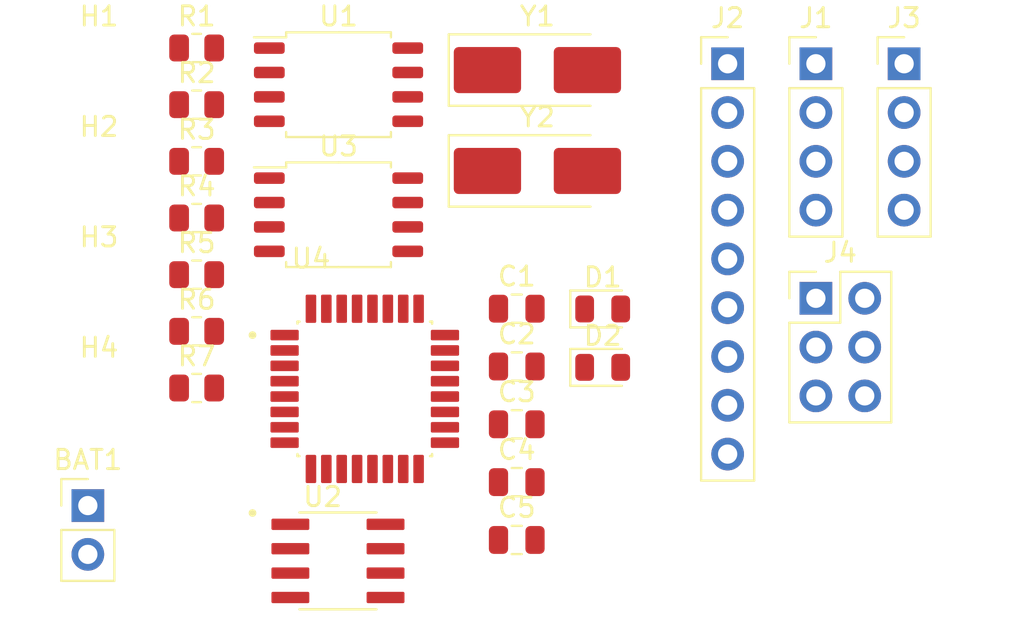
<source format=kicad_pcb>
(kicad_pcb (version 20241229) (generator "pcbnew") (generator_version "9.0")
  (title_block (title "${project_name}") (date "2025-10-29") (rev "1") (company "CWL_Company") (comment 1 "2-Layer PCB version"))
  (layers (0 "F.Cu" mixed) (2 "B.Cu" mixed) (13 "F.Paste" user) (15 "B.Paste" user) (5 "F.SilkS" user "F.Silkscreen") (7 "B.SilkS" user "B.Silkscreen") (1 "F.Mask" user) (3 "B.Mask" user) (25 "Edge.Cuts" user))
  (property "project_name" "MCU Datalogger with memory and clock")
  (net 0 "")
  (net 1 "Net-(D2-A)")
  (net 2 "GND")
  (net 3 "/VCC")
  (net 4 "Net-(U4-PB6)")
  (net 5 "Net-(U4-PB7)")
  (net 6 "Net-(U4-AREF)")
  (net 7 "/SCK")
  (net 8 "Net-(D1-K)")
  (net 9 "Net-(D2-K)")
  (net 10 "/SDA")
  (net 11 "/D4")
  (net 12 "/D7")
  (net 13 "/D2")
  (net 14 "/D6")
  (net 15 "/D8")
  (net 16 "/D5")
  (net 17 "/D3")
  (net 18 "/TX")
  (net 19 "/RX")
  (net 20 "/MISO")
  (net 21 "/MOSI")
  (net 22 "/RESET")
  (net 23 "Net-(U2-~{INTA})")
  (net 24 "Net-(U2-SQW{slash}~INT)")
  (net 25 "Net-(U2-X1)")
  (net 26 "Net-(U2-X2)")
  (footprint "Connector_PinHeader_2.54mm:PinHeader_1x04_P2.54mm_Vertical" (layer "F.Cu") (at 126.7 62.46)
    (property "Reference" "J3" (at 0 -2.38 0) (layer "F.SilkS"))
    (property "Value" "Conn_01x04_Pin")
    (fp_line (start -1.38 -1.38) (end 0 -1.38) (stroke (width 0.12)) (layer "F.SilkS"))
    (fp_line (start -1.38 0) (end -1.38 -1.38) (stroke (width 0.12)) (layer "F.SilkS"))
    (fp_line (start -1.38 1.27) (end -1.38 9) (stroke (width 0.12)) (layer "F.SilkS"))
    (fp_line (start -1.38 1.27) (end 1.38 1.27) (stroke (width 0.12)) (layer "F.SilkS"))
    (fp_line (start -1.38 9) (end 1.38 9) (stroke (width 0.12)) (layer "F.SilkS"))
    (fp_line (start 1.38 1.27) (end 1.38 9) (stroke (width 0.12)) (layer "F.SilkS"))
    (pad "1" thru_hole rect (at 0 0) (size 1.7 1.7) (drill 1) (layers "*.Cu" "*.Mask") (net 2 "GND"))
    (pad "2" thru_hole circle (at 0 2.54) (size 1.7 1.7) (drill 1) (layers "*.Cu" "*.Mask") (net 3 "/VCC"))
    (pad "3" thru_hole circle (at 0 5.08) (size 1.7 1.7) (drill 1) (layers "*.Cu" "*.Mask") (net 19 "/RX"))
    (pad "4" thru_hole circle (at 0 7.62) (size 1.7 1.7) (drill 1) (layers "*.Cu" "*.Mask") (net 18 "/TX"))
  )
  (footprint "MountingHole:MountingHole_2.1mm" (layer "F.Cu") (at 84.82 68.79)
    (property "Reference" "H2" (at 0 -3.05 0) (layer "F.SilkS"))
    (property "Value" "MountingHole")
    (pad "" np_thru_hole circle (at 0 0) (size 2.1 2.1) (drill 2.1) (layers "*.Cu" "*.Mask"))
  )
  (footprint "MountingHole:MountingHole_2.1mm" (layer "F.Cu") (at 84.82 80.29)
    (property "Reference" "H4" (at 0 -3.05 0) (layer "F.SilkS"))
    (property "Value" "MountingHole")
    (pad "" np_thru_hole circle (at 0 0) (size 2.1 2.1) (drill 2.1) (layers "*.Cu" "*.Mask"))
  )
  (footprint "DS1337S:DS1337S" (layer "F.Cu") (at 97.25 88.34)
    (property "Reference" "U2" (at -0.795 -3.332 0) (layer "F.SilkS"))
    (property "Value" "DS1337S_")
    (fp_line (start -2 -2.52) (end 2 -2.52) (stroke (width 0.127)) (layer "F.SilkS"))
    (fp_line (start -2 2.52) (end 2 2.52) (stroke (width 0.127)) (layer "F.SilkS"))
    (fp_circle (center -4.445 -2.495) (end -4.345 -2.495) (stroke (width 0.2)) (fill no) (layer "F.SilkS"))
    (pad "1" smd roundrect (at -2.475 -1.905) (size 1.97 0.59) (layers "F.Cu" "F.Mask" "F.Paste") (roundrect_rratio 0.125) (net 25 "Net-(U2-X1)"))
    (pad "2" smd roundrect (at -2.475 -0.635) (size 1.97 0.59) (layers "F.Cu" "F.Mask" "F.Paste") (roundrect_rratio 0.125) (net 26 "Net-(U2-X2)"))
    (pad "3" smd roundrect (at -2.475 0.635) (size 1.97 0.59) (layers "F.Cu" "F.Mask" "F.Paste") (roundrect_rratio 0.125) (net 23 "Net-(U2-~{INTA})"))
    (pad "4" smd roundrect (at -2.475 1.905) (size 1.97 0.59) (layers "F.Cu" "F.Mask" "F.Paste") (roundrect_rratio 0.125) (net 2 "GND"))
    (pad "5" smd roundrect (at 2.475 1.905) (size 1.97 0.59) (layers "F.Cu" "F.Mask" "F.Paste") (roundrect_rratio 0.125) (net 10 "/SDA"))
    (pad "6" smd roundrect (at 2.475 0.635) (size 1.97 0.59) (layers "F.Cu" "F.Mask" "F.Paste") (roundrect_rratio 0.125) (net 7 "/SCK"))
    (pad "7" smd roundrect (at 2.475 -0.635) (size 1.97 0.59) (layers "F.Cu" "F.Mask" "F.Paste") (roundrect_rratio 0.125) (net 24 "Net-(U2-SQW{slash}~INT)"))
    (pad "8" smd roundrect (at 2.475 -1.905) (size 1.97 0.59) (layers "F.Cu" "F.Mask" "F.Paste") (roundrect_rratio 0.125) (net 3 "/VCC"))
  )
  (footprint "Resistor_SMD:R_0805_2012Metric" (layer "F.Cu") (at 89.9 79.34)
    (property "Reference" "R7" (at 0 -1.65 0) (layer "F.SilkS"))
    (property "Value" "330")
    (fp_line (start -0.227064 -0.735) (end 0.227064 -0.735) (stroke (width 0.12)) (layer "F.SilkS"))
    (fp_line (start -0.227064 0.735) (end 0.227064 0.735) (stroke (width 0.12)) (layer "F.SilkS"))
    (pad "1" smd roundrect (at -0.9125 0) (size 1.025 1.4) (layers "F.Cu" "F.Mask" "F.Paste") (roundrect_rratio 0.243902) (net 9 "Net-(D2-K)"))
    (pad "2" smd roundrect (at 0.9125 0) (size 1.025 1.4) (layers "F.Cu" "F.Mask" "F.Paste") (roundrect_rratio 0.243902) (net 2 "GND"))
  )
  (footprint "MountingHole:MountingHole_2.1mm" (layer "F.Cu") (at 84.82 63.04)
    (property "Reference" "H1" (at 0 -3.05 0) (layer "F.SilkS"))
    (property "Value" "MountingHole")
    (pad "" np_thru_hole circle (at 0 0) (size 2.1 2.1) (drill 2.1) (layers "*.Cu" "*.Mask"))
  )
  (footprint "LED_SMD:LED_0805_2012Metric" (layer "F.Cu") (at 111.02 78.265)
    (property "Reference" "D2" (at 0 -1.65 0) (layer "F.SilkS"))
    (property "Value" "LED")
    (fp_line (start -1.685 -0.96) (end -1.685 0.96) (stroke (width 0.12)) (layer "F.SilkS"))
    (fp_line (start -1.685 0.96) (end 1 0.96) (stroke (width 0.12)) (layer "F.SilkS"))
    (fp_line (start 1 -0.96) (end -1.685 -0.96) (stroke (width 0.12)) (layer "F.SilkS"))
    (pad "1" smd roundrect (at -0.9375 0) (size 0.975 1.4) (layers "F.Cu" "F.Mask" "F.Paste") (net 9 "Net-(D2-K)"))
    (pad "2" smd roundrect (at 0.9375 0) (size 0.975 1.4) (layers "F.Cu" "F.Mask" "F.Paste") (net 1 "Net-(D2-A)"))
  )
  (footprint "Package_SO:SOIC-8_5.23x5.23mm_P1.27mm" (layer "F.Cu") (at 97.28 63.55)
    (property "Reference" "U1" (at 0 -3.56 0) (layer "F.SilkS"))
    (property "Value" "24LC1025")
    (fp_line (start -2.725 -2.725) (end -2.725 -2.465) (stroke (width 0.12)) (layer "F.SilkS"))
    (fp_line (start -2.725 -2.465) (end -4.4 -2.465) (stroke (width 0.12)) (layer "F.SilkS"))
    (fp_line (start -2.725 2.725) (end -2.725 2.465) (stroke (width 0.12)) (layer "F.SilkS"))
    (fp_line (start 0 -2.725) (end -2.725 -2.725) (stroke (width 0.12)) (layer "F.SilkS"))
    (fp_line (start 0 -2.725) (end 2.725 -2.725) (stroke (width 0.12)) (layer "F.SilkS"))
    (fp_line (start 0 2.725) (end -2.725 2.725) (stroke (width 0.12)) (layer "F.SilkS"))
    (fp_line (start 0 2.725) (end 2.725 2.725) (stroke (width 0.12)) (layer "F.SilkS"))
    (fp_line (start 2.725 -2.725) (end 2.725 -2.465) (stroke (width 0.12)) (layer "F.SilkS"))
    (fp_line (start 2.725 2.725) (end 2.725 2.465) (stroke (width 0.12)) (layer "F.SilkS"))
    (pad "1" smd roundrect (at -3.6 -1.905) (size 1.6 0.6) (layers "F.Cu" "F.Mask" "F.Paste") (net 3 "/VCC"))
    (pad "2" smd roundrect (at -3.6 -0.635) (size 1.6 0.6) (layers "F.Cu" "F.Mask" "F.Paste") (net 3 "/VCC"))
    (pad "3" smd roundrect (at -3.6 0.635) (size 1.6 0.6) (layers "F.Cu" "F.Mask" "F.Paste") (net 3 "/VCC"))
    (pad "4" smd roundrect (at -3.6 1.905) (size 1.6 0.6) (layers "F.Cu" "F.Mask" "F.Paste") (net 2 "GND"))
    (pad "5" smd roundrect (at 3.6 1.905) (size 1.6 0.6) (layers "F.Cu" "F.Mask" "F.Paste") (net 10 "/SDA"))
    (pad "6" smd roundrect (at 3.6 0.635) (size 1.6 0.6) (layers "F.Cu" "F.Mask" "F.Paste") (net 7 "/SCK"))
    (pad "7" smd roundrect (at 3.6 -0.635) (size 1.6 0.6) (layers "F.Cu" "F.Mask" "F.Paste") (net 2 "GND"))
    (pad "8" smd roundrect (at 3.6 -1.905) (size 1.6 0.6) (layers "F.Cu" "F.Mask" "F.Paste") (net 3 "/VCC"))
  )
  (footprint "Capacitor_SMD:C_0805_2012Metric" (layer "F.Cu") (at 106.55 75.21)
    (property "Reference" "C1" (at 0 -1.68 0) (layer "F.SilkS"))
    (property "Value" "0.1uF")
    (fp_line (start -0.261252 -0.735) (end 0.261252 -0.735) (stroke (width 0.12)) (layer "F.SilkS"))
    (fp_line (start -0.261252 0.735) (end 0.261252 0.735) (stroke (width 0.12)) (layer "F.SilkS"))
    (pad "1" smd roundrect (at -0.95 0) (size 1 1.45) (layers "F.Cu" "F.Mask" "F.Paste") (net 3 "/VCC"))
    (pad "2" smd roundrect (at 0.95 0) (size 1 1.45) (layers "F.Cu" "F.Mask" "F.Paste") (net 2 "GND"))
  )
  (footprint "Capacitor_SMD:C_0805_2012Metric" (layer "F.Cu") (at 106.55 78.22)
    (property "Reference" "C2" (at 0 -1.68 0) (layer "F.SilkS"))
    (property "Value" "22pF")
    (fp_line (start -0.261252 -0.735) (end 0.261252 -0.735) (stroke (width 0.12)) (layer "F.SilkS"))
    (fp_line (start -0.261252 0.735) (end 0.261252 0.735) (stroke (width 0.12)) (layer "F.SilkS"))
    (pad "1" smd roundrect (at -0.95 0) (size 1 1.45) (layers "F.Cu" "F.Mask" "F.Paste") (net 2 "GND"))
    (pad "2" smd roundrect (at 0.95 0) (size 1 1.45) (layers "F.Cu" "F.Mask" "F.Paste") (net 4 "Net-(U4-PB6)"))
  )
  (footprint "Connector_PinHeader_2.54mm:PinHeader_2x03_P2.54mm_Vertical" (layer "F.Cu") (at 122.11 74.67)
    (property "Reference" "J4" (at 1.27 -2.38 0) (layer "F.SilkS"))
    (property "Value" "Conn_02x03_Odd_Even")
    (fp_line (start -1.38 -1.38) (end 0 -1.38) (stroke (width 0.12)) (layer "F.SilkS"))
    (fp_line (start -1.38 0) (end -1.38 -1.38) (stroke (width 0.12)) (layer "F.SilkS"))
    (fp_line (start -1.38 1.27) (end -1.38 6.46) (stroke (width 0.12)) (layer "F.SilkS"))
    (fp_line (start -1.38 1.27) (end 1.27 1.27) (stroke (width 0.12)) (layer "F.SilkS"))
    (fp_line (start -1.38 6.46) (end 3.92 6.46) (stroke (width 0.12)) (layer "F.SilkS"))
    (fp_line (start 1.27 -1.38) (end 3.92 -1.38) (stroke (width 0.12)) (layer "F.SilkS"))
    (fp_line (start 1.27 1.27) (end 1.27 -1.38) (stroke (width 0.12)) (layer "F.SilkS"))
    (fp_line (start 3.92 -1.38) (end 3.92 6.46) (stroke (width 0.12)) (layer "F.SilkS"))
    (pad "1" thru_hole rect (at 0 0) (size 1.7 1.7) (drill 1) (layers "*.Cu" "*.Mask") (net 20 "/MISO"))
    (pad "2" thru_hole circle (at 2.54 0) (size 1.7 1.7) (drill 1) (layers "*.Cu" "*.Mask") (net 3 "/VCC"))
    (pad "3" thru_hole circle (at 0 2.54) (size 1.7 1.7) (drill 1) (layers "*.Cu" "*.Mask") (net 7 "/SCK"))
    (pad "4" thru_hole circle (at 2.54 2.54) (size 1.7 1.7) (drill 1) (layers "*.Cu" "*.Mask") (net 21 "/MOSI"))
    (pad "5" thru_hole circle (at 0 5.08) (size 1.7 1.7) (drill 1) (layers "*.Cu" "*.Mask") (net 22 "/RESET"))
    (pad "6" thru_hole circle (at 2.54 5.08) (size 1.7 1.7) (drill 1) (layers "*.Cu" "*.Mask") (net 2 "GND"))
  )
  (footprint "Resistor_SMD:R_0805_2012Metric" (layer "F.Cu") (at 89.9 70.49)
    (property "Reference" "R4" (at 0 -1.65 0) (layer "F.SilkS"))
    (property "Value" "4.7K")
    (fp_line (start -0.227064 -0.735) (end 0.227064 -0.735) (stroke (width 0.12)) (layer "F.SilkS"))
    (fp_line (start -0.227064 0.735) (end 0.227064 0.735) (stroke (width 0.12)) (layer "F.SilkS"))
    (pad "1" smd roundrect (at -0.9125 0) (size 1.025 1.4) (layers "F.Cu" "F.Mask" "F.Paste") (roundrect_rratio 0.243902) (net 3 "/VCC"))
    (pad "2" smd roundrect (at 0.9125 0) (size 1.025 1.4) (layers "F.Cu" "F.Mask" "F.Paste") (roundrect_rratio 0.243902) (net 10 "/SDA"))
  )
  (footprint "Connector_PinHeader_2.54mm:PinHeader_1x02_P2.54mm_Vertical" (layer "F.Cu") (at 84.24 85.46)
    (property "Reference" "BAT1" (at 0 -2.38 0) (layer "F.SilkS"))
    (property "Value" "BS-7")
    (fp_line (start -1.38 -1.38) (end 0 -1.38) (stroke (width 0.12)) (layer "F.SilkS"))
    (fp_line (start -1.38 0) (end -1.38 -1.38) (stroke (width 0.12)) (layer "F.SilkS"))
    (fp_line (start -1.38 1.27) (end -1.38 3.92) (stroke (width 0.12)) (layer "F.SilkS"))
    (fp_line (start -1.38 1.27) (end 1.38 1.27) (stroke (width 0.12)) (layer "F.SilkS"))
    (fp_line (start -1.38 3.92) (end 1.38 3.92) (stroke (width 0.12)) (layer "F.SilkS"))
    (fp_line (start 1.38 1.27) (end 1.38 3.92) (stroke (width 0.12)) (layer "F.SilkS"))
    (pad "1" thru_hole rect (at 0 0) (size 1.7 1.7) (drill 1) (layers "*.Cu" "*.Mask") (net 1 "Net-(D2-A)"))
    (pad "2" thru_hole circle (at 0 2.54) (size 1.7 1.7) (drill 1) (layers "*.Cu" "*.Mask") (net 2 "GND"))
  )
  (footprint "Crystal:Crystal_SMD_5032-2Pin_5.0x3.2mm_HandSoldering" (layer "F.Cu") (at 107.625 68.04)
    (property "Reference" "Y2" (at 0 -2.8 0) (layer "F.SilkS"))
    (property "Value" "16 MHz")
    (fp_line (start -4.61 -1.86) (end -4.61 1.86) (stroke (width 0.12)) (layer "F.SilkS"))
    (fp_line (start -4.61 1.86) (end 2.76 1.86) (stroke (width 0.12)) (layer "F.SilkS"))
    (fp_line (start 2.76 -1.86) (end -4.61 -1.86) (stroke (width 0.12)) (layer "F.SilkS"))
    (pad "1" smd roundrect (at -2.6 0) (size 3.5 2.4) (layers "F.Cu" "F.Mask" "F.Paste") (roundrect_rratio 0.104167) (net 5 "Net-(U4-PB7)"))
    (pad "2" smd roundrect (at 2.6 0) (size 3.5 2.4) (layers "F.Cu" "F.Mask" "F.Paste") (roundrect_rratio 0.104167) (net 4 "Net-(U4-PB6)"))
  )
  (footprint "Capacitor_SMD:C_0805_2012Metric" (layer "F.Cu") (at 106.55 81.23)
    (property "Reference" "C3" (at 0 -1.68 0) (layer "F.SilkS"))
    (property "Value" "22pF")
    (fp_line (start -0.261252 -0.735) (end 0.261252 -0.735) (stroke (width 0.12)) (layer "F.SilkS"))
    (fp_line (start -0.261252 0.735) (end 0.261252 0.735) (stroke (width 0.12)) (layer "F.SilkS"))
    (pad "1" smd roundrect (at -0.95 0) (size 1 1.45) (layers "F.Cu" "F.Mask" "F.Paste") (net 2 "GND"))
    (pad "2" smd roundrect (at 0.95 0) (size 1 1.45) (layers "F.Cu" "F.Mask" "F.Paste") (net 5 "Net-(U4-PB7)"))
  )
  (footprint "Connector_PinHeader_2.54mm:PinHeader_1x04_P2.54mm_Vertical" (layer "F.Cu") (at 122.11 62.46)
    (property "Reference" "J1" (at 0 -2.38 0) (layer "F.SilkS"))
    (property "Value" "Conn_01x04_Pin")
    (fp_line (start -1.38 -1.38) (end 0 -1.38) (stroke (width 0.12)) (layer "F.SilkS"))
    (fp_line (start -1.38 0) (end -1.38 -1.38) (stroke (width 0.12)) (layer "F.SilkS"))
    (fp_line (start -1.38 1.27) (end -1.38 9) (stroke (width 0.12)) (layer "F.SilkS"))
    (fp_line (start -1.38 1.27) (end 1.38 1.27) (stroke (width 0.12)) (layer "F.SilkS"))
    (fp_line (start -1.38 9) (end 1.38 9) (stroke (width 0.12)) (layer "F.SilkS"))
    (fp_line (start 1.38 1.27) (end 1.38 9) (stroke (width 0.12)) (layer "F.SilkS"))
    (pad "1" thru_hole rect (at 0 0) (size 1.7 1.7) (drill 1) (layers "*.Cu" "*.Mask") (net 2 "GND"))
    (pad "2" thru_hole circle (at 0 2.54) (size 1.7 1.7) (drill 1) (layers "*.Cu" "*.Mask") (net 3 "/VCC"))
    (pad "3" thru_hole circle (at 0 5.08) (size 1.7 1.7) (drill 1) (layers "*.Cu" "*.Mask") (net 10 "/SDA"))
    (pad "4" thru_hole circle (at 0 7.62) (size 1.7 1.7) (drill 1) (layers "*.Cu" "*.Mask") (net 7 "/SCK"))
  )
  (footprint "Capacitor_SMD:C_0805_2012Metric" (layer "F.Cu") (at 106.55 84.24)
    (property "Reference" "C4" (at 0 -1.68 0) (layer "F.SilkS"))
    (property "Value" "0.1uF")
    (fp_line (start -0.261252 -0.735) (end 0.261252 -0.735) (stroke (width 0.12)) (layer "F.SilkS"))
    (fp_line (start -0.261252 0.735) (end 0.261252 0.735) (stroke (width 0.12)) (layer "F.SilkS"))
    (pad "1" smd roundrect (at -0.95 0) (size 1 1.45) (layers "F.Cu" "F.Mask" "F.Paste") (net 2 "GND"))
    (pad "2" smd roundrect (at 0.95 0) (size 1 1.45) (layers "F.Cu" "F.Mask" "F.Paste") (net 6 "Net-(U4-AREF)"))
  )
  (footprint "Capacitor_SMD:C_0805_2012Metric" (layer "F.Cu") (at 106.55 87.25)
    (property "Reference" "C5" (at 0 -1.68 0) (layer "F.SilkS"))
    (property "Value" "100nF")
    (fp_line (start -0.261252 -0.735) (end 0.261252 -0.735) (stroke (width 0.12)) (layer "F.SilkS"))
    (fp_line (start -0.261252 0.735) (end 0.261252 0.735) (stroke (width 0.12)) (layer "F.SilkS"))
    (pad "1" smd roundrect (at -0.95 0) (size 1 1.45) (layers "F.Cu" "F.Mask" "F.Paste") (net 1 "Net-(D2-A)"))
    (pad "2" smd roundrect (at 0.95 0) (size 1 1.45) (layers "F.Cu" "F.Mask" "F.Paste") (net 2 "GND"))
  )
  (footprint "Package_SO:SOIC-8_5.23x5.23mm_P1.27mm" (layer "F.Cu") (at 97.28 70.32)
    (property "Reference" "U3" (at 0 -3.56 0) (layer "F.SilkS"))
    (property "Value" "24LC1025")
    (fp_line (start -2.725 -2.725) (end -2.725 -2.465) (stroke (width 0.12)) (layer "F.SilkS"))
    (fp_line (start -2.725 -2.465) (end -4.4 -2.465) (stroke (width 0.12)) (layer "F.SilkS"))
    (fp_line (start -2.725 2.725) (end -2.725 2.465) (stroke (width 0.12)) (layer "F.SilkS"))
    (fp_line (start 0 -2.725) (end -2.725 -2.725) (stroke (width 0.12)) (layer "F.SilkS"))
    (fp_line (start 0 -2.725) (end 2.725 -2.725) (stroke (width 0.12)) (layer "F.SilkS"))
    (fp_line (start 0 2.725) (end -2.725 2.725) (stroke (width 0.12)) (layer "F.SilkS"))
    (fp_line (start 0 2.725) (end 2.725 2.725) (stroke (width 0.12)) (layer "F.SilkS"))
    (fp_line (start 2.725 -2.725) (end 2.725 -2.465) (stroke (width 0.12)) (layer "F.SilkS"))
    (fp_line (start 2.725 2.725) (end 2.725 2.465) (stroke (width 0.12)) (layer "F.SilkS"))
    (pad "1" smd roundrect (at -3.6 -1.905) (size 1.6 0.6) (layers "F.Cu" "F.Mask" "F.Paste") (net 3 "/VCC"))
    (pad "2" smd roundrect (at -3.6 -0.635) (size 1.6 0.6) (layers "F.Cu" "F.Mask" "F.Paste") (net 2 "GND"))
    (pad "3" smd roundrect (at -3.6 0.635) (size 1.6 0.6) (layers "F.Cu" "F.Mask" "F.Paste") (net 3 "/VCC"))
    (pad "4" smd roundrect (at -3.6 1.905) (size 1.6 0.6) (layers "F.Cu" "F.Mask" "F.Paste") (net 2 "GND"))
    (pad "5" smd roundrect (at 3.6 1.905) (size 1.6 0.6) (layers "F.Cu" "F.Mask" "F.Paste") (net 10 "/SDA"))
    (pad "6" smd roundrect (at 3.6 0.635) (size 1.6 0.6) (layers "F.Cu" "F.Mask" "F.Paste") (net 7 "/SCK"))
    (pad "7" smd roundrect (at 3.6 -0.635) (size 1.6 0.6) (layers "F.Cu" "F.Mask" "F.Paste") (net 2 "GND"))
    (pad "8" smd roundrect (at 3.6 -1.905) (size 1.6 0.6) (layers "F.Cu" "F.Mask" "F.Paste") (net 3 "/VCC"))
  )
  (footprint "Connector_PinHeader_2.54mm:PinHeader_1x09_P2.54mm_Vertical" (layer "F.Cu") (at 117.52 62.46)
    (property "Reference" "J2" (at 0 -2.38 0) (layer "F.SilkS"))
    (property "Value" "Conn_01x09_Pin")
    (fp_line (start -1.38 -1.38) (end 0 -1.38) (stroke (width 0.12)) (layer "F.SilkS"))
    (fp_line (start -1.38 0) (end -1.38 -1.38) (stroke (width 0.12)) (layer "F.SilkS"))
    (fp_line (start -1.38 1.27) (end -1.38 21.7) (stroke (width 0.12)) (layer "F.SilkS"))
    (fp_line (start -1.38 1.27) (end 1.38 1.27) (stroke (width 0.12)) (layer "F.SilkS"))
    (fp_line (start -1.38 21.7) (end 1.38 21.7) (stroke (width 0.12)) (layer "F.SilkS"))
    (fp_line (start 1.38 1.27) (end 1.38 21.7) (stroke (width 0.12)) (layer "F.SilkS"))
    (pad "1" thru_hole rect (at 0 0) (size 1.7 1.7) (drill 1) (layers "*.Cu" "*.Mask") (net 13 "/D2"))
    (pad "2" thru_hole circle (at 0 2.54) (size 1.7 1.7) (drill 1) (layers "*.Cu" "*.Mask") (net 17 "/D3"))
    (pad "3" thru_hole circle (at 0 5.08) (size 1.7 1.7) (drill 1) (layers "*.Cu" "*.Mask") (net 11 "/D4"))
    (pad "4" thru_hole circle (at 0 7.62) (size 1.7 1.7) (drill 1) (layers "*.Cu" "*.Mask") (net 16 "/D5"))
    (pad "5" thru_hole circle (at 0 10.16) (size 1.7 1.7) (drill 1) (layers "*.Cu" "*.Mask") (net 14 "/D6"))
    (pad "6" thru_hole circle (at 0 12.7) (size 1.7 1.7) (drill 1) (layers "*.Cu" "*.Mask") (net 12 "/D7"))
    (pad "7" thru_hole circle (at 0 15.24) (size 1.7 1.7) (drill 1) (layers "*.Cu" "*.Mask") (net 15 "/D8"))
    (pad "8" thru_hole circle (at 0 17.78) (size 1.7 1.7) (drill 1) (layers "*.Cu" "*.Mask") (net 2 "GND"))
    (pad "9" thru_hole circle (at 0 20.32) (size 1.7 1.7) (drill 1) (layers "*.Cu" "*.Mask") (net 3 "/VCC"))
  )
  (footprint "MountingHole:MountingHole_2.1mm" (layer "F.Cu") (at 84.82 74.54)
    (property "Reference" "H3" (at 0 -3.05 0) (layer "F.SilkS"))
    (property "Value" "MountingHole")
    (pad "" np_thru_hole circle (at 0 0) (size 2.1 2.1) (drill 2.1) (layers "*.Cu" "*.Mask"))
  )
  (footprint "LED_SMD:LED_0805_2012Metric" (layer "F.Cu") (at 111.02 75.225)
    (property "Reference" "D1" (at 0 -1.65 0) (layer "F.SilkS"))
    (property "Value" "LED")
    (fp_line (start -1.685 -0.96) (end -1.685 0.96) (stroke (width 0.12)) (layer "F.SilkS"))
    (fp_line (start -1.685 0.96) (end 1 0.96) (stroke (width 0.12)) (layer "F.SilkS"))
    (fp_line (start 1 -0.96) (end -1.685 -0.96) (stroke (width 0.12)) (layer "F.SilkS"))
    (pad "1" smd roundrect (at -0.9375 0) (size 0.975 1.4) (layers "F.Cu" "F.Mask" "F.Paste") (net 8 "Net-(D1-K)"))
    (pad "2" smd roundrect (at 0.9375 0) (size 0.975 1.4) (layers "F.Cu" "F.Mask" "F.Paste") (net 7 "/SCK"))
  )
  (footprint "Crystal:Crystal_SMD_5032-2Pin_5.0x3.2mm_HandSoldering" (layer "F.Cu") (at 107.625 62.79)
    (property "Reference" "Y1" (at 0 -2.8 0) (layer "F.SilkS"))
    (property "Value" "32.768 KHz")
    (fp_line (start -4.61 -1.86) (end -4.61 1.86) (stroke (width 0.12)) (layer "F.SilkS"))
    (fp_line (start -4.61 1.86) (end 2.76 1.86) (stroke (width 0.12)) (layer "F.SilkS"))
    (fp_line (start 2.76 -1.86) (end -4.61 -1.86) (stroke (width 0.12)) (layer "F.SilkS"))
    (pad "1" smd roundrect (at -2.6 0) (size 3.5 2.4) (layers "F.Cu" "F.Mask" "F.Paste") (roundrect_rratio 0.104167) (net 26 "Net-(U2-X2)"))
    (pad "2" smd roundrect (at 2.6 0) (size 3.5 2.4) (layers "F.Cu" "F.Mask" "F.Paste") (roundrect_rratio 0.104167) (net 25 "Net-(U2-X1)"))
  )
  (footprint "Resistor_SMD:R_0805_2012Metric" (layer "F.Cu") (at 89.9 76.39)
    (property "Reference" "R6" (at 0 -1.65 0) (layer "F.SilkS"))
    (property "Value" "10K")
    (fp_line (start -0.227064 -0.735) (end 0.227064 -0.735) (stroke (width 0.12)) (layer "F.SilkS"))
    (fp_line (start -0.227064 0.735) (end 0.227064 0.735) (stroke (width 0.12)) (layer "F.SilkS"))
    (pad "1" smd roundrect (at -0.9125 0) (size 1.025 1.4) (layers "F.Cu" "F.Mask" "F.Paste") (roundrect_rratio 0.243902) (net 3 "/VCC"))
    (pad "2" smd roundrect (at 0.9125 0) (size 1.025 1.4) (layers "F.Cu" "F.Mask" "F.Paste") (roundrect_rratio 0.243902) (net 22 "/RESET"))
  )
  (footprint "Resistor_SMD:R_0805_2012Metric" (layer "F.Cu") (at 89.9 61.64)
    (property "Reference" "R1" (at 0 -1.65 0) (layer "F.SilkS"))
    (property "Value" "10K")
    (fp_line (start -0.227064 -0.735) (end 0.227064 -0.735) (stroke (width 0.12)) (layer "F.SilkS"))
    (fp_line (start -0.227064 0.735) (end 0.227064 0.735) (stroke (width 0.12)) (layer "F.SilkS"))
    (pad "1" smd roundrect (at -0.9125 0) (size 1.025 1.4) (layers "F.Cu" "F.Mask" "F.Paste") (roundrect_rratio 0.243902) (net 3 "/VCC"))
    (pad "2" smd roundrect (at 0.9125 0) (size 1.025 1.4) (layers "F.Cu" "F.Mask" "F.Paste") (roundrect_rratio 0.243902) (net 23 "Net-(U2-~{INTA})"))
  )
  (footprint "Resistor_SMD:R_0805_2012Metric" (layer "F.Cu") (at 89.9 64.59)
    (property "Reference" "R2" (at 0 -1.65 0) (layer "F.SilkS"))
    (property "Value" "10K")
    (fp_line (start -0.227064 -0.735) (end 0.227064 -0.735) (stroke (width 0.12)) (layer "F.SilkS"))
    (fp_line (start -0.227064 0.735) (end 0.227064 0.735) (stroke (width 0.12)) (layer "F.SilkS"))
    (pad "1" smd roundrect (at -0.9125 0) (size 1.025 1.4) (layers "F.Cu" "F.Mask" "F.Paste") (roundrect_rratio 0.243902) (net 3 "/VCC"))
    (pad "2" smd roundrect (at 0.9125 0) (size 1.025 1.4) (layers "F.Cu" "F.Mask" "F.Paste") (roundrect_rratio 0.243902) (net 24 "Net-(U2-SQW{slash}~INT)"))
  )
  (footprint "Resistor_SMD:R_0805_2012Metric" (layer "F.Cu") (at 89.9 67.54)
    (property "Reference" "R3" (at 0 -1.65 0) (layer "F.SilkS"))
    (property "Value" "4.7K")
    (fp_line (start -0.227064 -0.735) (end 0.227064 -0.735) (stroke (width 0.12)) (layer "F.SilkS"))
    (fp_line (start -0.227064 0.735) (end 0.227064 0.735) (stroke (width 0.12)) (layer "F.SilkS"))
    (pad "1" smd roundrect (at -0.9125 0) (size 1.025 1.4) (layers "F.Cu" "F.Mask" "F.Paste") (roundrect_rratio 0.243902) (net 3 "/VCC"))
    (pad "2" smd roundrect (at 0.9125 0) (size 1.025 1.4) (layers "F.Cu" "F.Mask" "F.Paste") (roundrect_rratio 0.243902) (net 7 "/SCK"))
  )
  (footprint "Resistor_SMD:R_0805_2012Metric" (layer "F.Cu") (at 89.9 73.44)
    (property "Reference" "R5" (at 0 -1.65 0) (layer "F.SilkS"))
    (property "Value" "330")
    (fp_line (start -0.227064 -0.735) (end 0.227064 -0.735) (stroke (width 0.12)) (layer "F.SilkS"))
    (fp_line (start -0.227064 0.735) (end 0.227064 0.735) (stroke (width 0.12)) (layer "F.SilkS"))
    (pad "1" smd roundrect (at -0.9125 0) (size 1.025 1.4) (layers "F.Cu" "F.Mask" "F.Paste") (roundrect_rratio 0.243902) (net 2 "GND"))
    (pad "2" smd roundrect (at 0.9125 0) (size 1.025 1.4) (layers "F.Cu" "F.Mask" "F.Paste") (roundrect_rratio 0.243902) (net 8 "Net-(D1-K)"))
  )
  (footprint "ATMEGA328P-AU:ATMEGA328P-AU" (layer "F.Cu") (at 98.645 79.385)
    (property "Reference" "U4" (at -2.795 -6.79 0) (layer "F.SilkS"))
    (property "Value" "ATMEGA328P-AU")
    (fp_line (start -3.5 -3.5) (end -3.5 -3.395) (stroke (width 0.127)) (layer "F.SilkS"))
    (fp_line (start -3.5 -3.5) (end -3.395 -3.5) (stroke (width 0.127)) (layer "F.SilkS"))
    (fp_line (start -3.5 3.5) (end -3.5 3.395) (stroke (width 0.127)) (layer "F.SilkS"))
    (fp_line (start -3.5 3.5) (end -3.395 3.5) (stroke (width 0.127)) (layer "F.SilkS"))
    (fp_line (start 3.5 -3.5) (end 3.395 -3.5) (stroke (width 0.127)) (layer "F.SilkS"))
    (fp_line (start 3.5 -3.5) (end 3.5 -3.395) (stroke (width 0.127)) (layer "F.SilkS"))
    (fp_line (start 3.5 3.5) (end 3.395 3.5) (stroke (width 0.127)) (layer "F.SilkS"))
    (fp_line (start 3.5 3.5) (end 3.5 3.395) (stroke (width 0.127)) (layer "F.SilkS"))
    (fp_circle (center -5.84 -2.8) (end -5.74 -2.8) (stroke (width 0.2)) (fill no) (layer "F.SilkS"))
    (pad "1" smd roundrect (at -4.17 -2.8) (size 1.47 0.55) (layers "F.Cu" "F.Mask" "F.Paste") (roundrect_rratio 0.125) (net 17 "/D3"))
    (pad "2" smd roundrect (at -4.17 -2) (size 1.47 0.55) (layers "F.Cu" "F.Mask" "F.Paste") (roundrect_rratio 0.125) (net 11 "/D4"))
    (pad "3" smd roundrect (at -4.17 -1.2) (size 1.47 0.55) (layers "F.Cu" "F.Mask" "F.Paste") (roundrect_rratio 0.125) (net 2 "GND"))
    (pad "4" smd roundrect (at -4.17 -0.4) (size 1.47 0.55) (layers "F.Cu" "F.Mask" "F.Paste") (roundrect_rratio 0.125) (net 1 "Net-(D2-A)"))
    (pad "5" smd roundrect (at -4.17 0.4) (size 1.47 0.55) (layers "F.Cu" "F.Mask" "F.Paste") (roundrect_rratio 0.125) (net 2 "GND"))
    (pad "6" smd roundrect (at -4.17 1.2) (size 1.47 0.55) (layers "F.Cu" "F.Mask" "F.Paste") (roundrect_rratio 0.125))
    (pad "7" smd roundrect (at -4.17 2) (size 1.47 0.55) (layers "F.Cu" "F.Mask" "F.Paste") (roundrect_rratio 0.125) (net 4 "Net-(U4-PB6)"))
    (pad "8" smd roundrect (at -4.17 2.8) (size 1.47 0.55) (layers "F.Cu" "F.Mask" "F.Paste") (roundrect_rratio 0.125) (net 5 "Net-(U4-PB7)"))
    (pad "9" smd roundrect (at -2.8 4.17) (size 0.55 1.47) (layers "F.Cu" "F.Mask" "F.Paste") (roundrect_rratio 0.125) (net 16 "/D5"))
    (pad "10" smd roundrect (at -2 4.17) (size 0.55 1.47) (layers "F.Cu" "F.Mask" "F.Paste") (roundrect_rratio 0.125) (net 14 "/D6"))
    (pad "11" smd roundrect (at -1.2 4.17) (size 0.55 1.47) (layers "F.Cu" "F.Mask" "F.Paste") (roundrect_rratio 0.125) (net 12 "/D7"))
    (pad "12" smd roundrect (at -0.4 4.17) (size 0.55 1.47) (layers "F.Cu" "F.Mask" "F.Paste") (roundrect_rratio 0.125) (net 15 "/D8"))
    (pad "13" smd roundrect (at 0.4 4.17) (size 0.55 1.47) (layers "F.Cu" "F.Mask" "F.Paste") (roundrect_rratio 0.125))
    (pad "14" smd roundrect (at 1.2 4.17) (size 0.55 1.47) (layers "F.Cu" "F.Mask" "F.Paste") (roundrect_rratio 0.125))
    (pad "15" smd roundrect (at 2 4.17) (size 0.55 1.47) (layers "F.Cu" "F.Mask" "F.Paste") (roundrect_rratio 0.125) (net 21 "/MOSI"))
    (pad "16" smd roundrect (at 2.8 4.17) (size 0.55 1.47) (layers "F.Cu" "F.Mask" "F.Paste") (roundrect_rratio 0.125) (net 20 "/MISO"))
    (pad "17" smd roundrect (at 4.17 2.8) (size 1.47 0.55) (layers "F.Cu" "F.Mask" "F.Paste") (roundrect_rratio 0.125) (net 7 "/SCK"))
    (pad "18" smd roundrect (at 4.17 2) (size 1.47 0.55) (layers "F.Cu" "F.Mask" "F.Paste") (roundrect_rratio 0.125) (net 1 "Net-(D2-A)"))
    (pad "19" smd roundrect (at 4.17 1.2) (size 1.47 0.55) (layers "F.Cu" "F.Mask" "F.Paste") (roundrect_rratio 0.125))
    (pad "20" smd roundrect (at 4.17 0.4) (size 1.47 0.55) (layers "F.Cu" "F.Mask" "F.Paste") (roundrect_rratio 0.125) (net 6 "Net-(U4-AREF)"))
    (pad "21" smd roundrect (at 4.17 -0.4) (size 1.47 0.55) (layers "F.Cu" "F.Mask" "F.Paste") (roundrect_rratio 0.125) (net 2 "GND"))
    (pad "22" smd roundrect (at 4.17 -1.2) (size 1.47 0.55) (layers "F.Cu" "F.Mask" "F.Paste") (roundrect_rratio 0.125))
    (pad "23" smd roundrect (at 4.17 -2) (size 1.47 0.55) (layers "F.Cu" "F.Mask" "F.Paste") (roundrect_rratio 0.125))
    (pad "24" smd roundrect (at 4.17 -2.8) (size 1.47 0.55) (layers "F.Cu" "F.Mask" "F.Paste") (roundrect_rratio 0.125))
    (pad "25" smd roundrect (at 2.8 -4.17) (size 0.55 1.47) (layers "F.Cu" "F.Mask" "F.Paste") (roundrect_rratio 0.125))
    (pad "26" smd roundrect (at 2 -4.17) (size 0.55 1.47) (layers "F.Cu" "F.Mask" "F.Paste") (roundrect_rratio 0.125))
    (pad "27" smd roundrect (at 1.2 -4.17) (size 0.55 1.47) (layers "F.Cu" "F.Mask" "F.Paste") (roundrect_rratio 0.125) (net 10 "/SDA"))
    (pad "28" smd roundrect (at 0.4 -4.17) (size 0.55 1.47) (layers "F.Cu" "F.Mask" "F.Paste") (roundrect_rratio 0.125) (net 7 "/SCK"))
    (pad "29" smd roundrect (at -0.4 -4.17) (size 0.55 1.47) (layers "F.Cu" "F.Mask" "F.Paste") (roundrect_rratio 0.125) (net 22 "/RESET"))
    (pad "30" smd roundrect (at -1.2 -4.17) (size 0.55 1.47) (layers "F.Cu" "F.Mask" "F.Paste") (roundrect_rratio 0.125) (net 19 "/RX"))
    (pad "31" smd roundrect (at -2 -4.17) (size 0.55 1.47) (layers "F.Cu" "F.Mask" "F.Paste") (roundrect_rratio 0.125) (net 18 "/TX"))
    (pad "32" smd roundrect (at -2.8 -4.17) (size 0.55 1.47) (layers "F.Cu" "F.Mask" "F.Paste") (roundrect_rratio 0.125) (net 13 "/D2"))
  )
)
</source>
